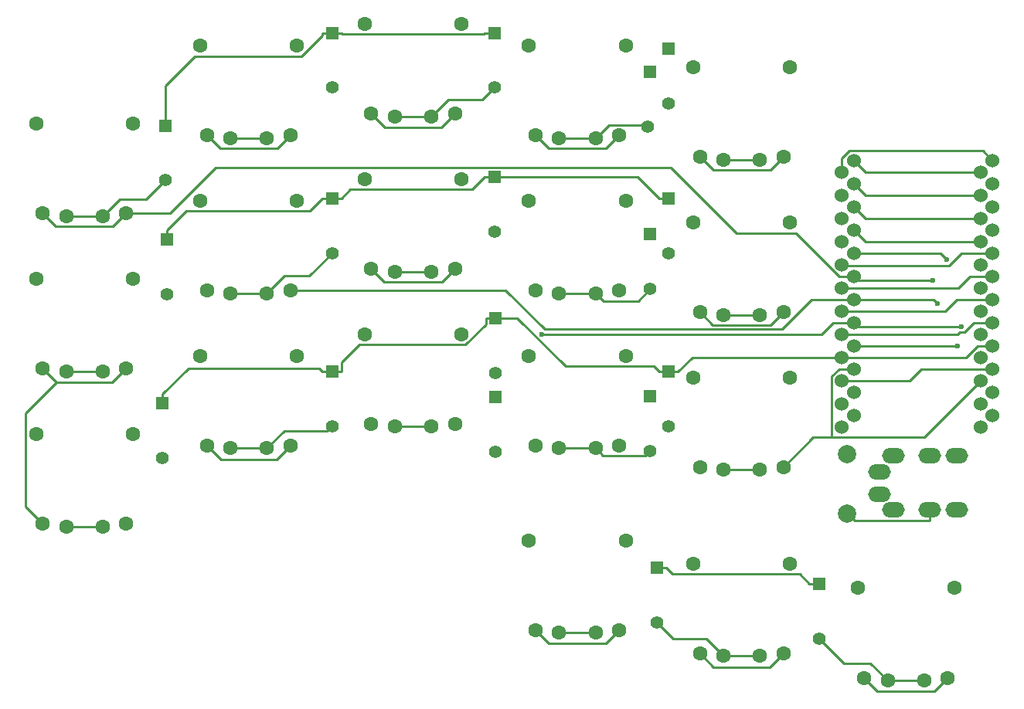
<source format=gtl>
G04 #@! TF.GenerationSoftware,KiCad,Pcbnew,(5.1.6-0-10_14)*
G04 #@! TF.CreationDate,2020-07-13T09:24:30+01:00*
G04 #@! TF.ProjectId,crabby,63726162-6279-42e6-9b69-6361645f7063,2.1*
G04 #@! TF.SameCoordinates,Original*
G04 #@! TF.FileFunction,Copper,L1,Top*
G04 #@! TF.FilePolarity,Positive*
%FSLAX46Y46*%
G04 Gerber Fmt 4.6, Leading zero omitted, Abs format (unit mm)*
G04 Created by KiCad (PCBNEW (5.1.6-0-10_14)) date 2020-07-13 09:24:30*
%MOMM*%
%LPD*%
G01*
G04 APERTURE LIST*
G04 #@! TA.AperFunction,ComponentPad*
%ADD10C,1.600000*%
G04 #@! TD*
G04 #@! TA.AperFunction,ComponentPad*
%ADD11C,1.524000*%
G04 #@! TD*
G04 #@! TA.AperFunction,ComponentPad*
%ADD12C,2.000000*%
G04 #@! TD*
G04 #@! TA.AperFunction,ComponentPad*
%ADD13C,1.397000*%
G04 #@! TD*
G04 #@! TA.AperFunction,ComponentPad*
%ADD14R,1.397000X1.397000*%
G04 #@! TD*
G04 #@! TA.AperFunction,ComponentPad*
%ADD15O,2.500000X1.700000*%
G04 #@! TD*
G04 #@! TA.AperFunction,ViaPad*
%ADD16C,0.600000*%
G04 #@! TD*
G04 #@! TA.AperFunction,Conductor*
%ADD17C,0.250000*%
G04 #@! TD*
G04 APERTURE END LIST*
D10*
X56700000Y-23790000D03*
X67300000Y-23790000D03*
X64000000Y-33940000D03*
X57420000Y-33640000D03*
X60000000Y-33940000D03*
X66580000Y-33640000D03*
X110700000Y-80570000D03*
X121300000Y-80570000D03*
X118000000Y-90720000D03*
X111420000Y-90420000D03*
X114000000Y-90720000D03*
X120580000Y-90420000D03*
X74700000Y-55420000D03*
X85300000Y-55420000D03*
X82000000Y-65570000D03*
X75420000Y-65270000D03*
X78000000Y-65570000D03*
X84580000Y-65270000D03*
X110700000Y-26170000D03*
X121300000Y-26170000D03*
X118000000Y-36320000D03*
X111420000Y-36020000D03*
X114000000Y-36320000D03*
X120580000Y-36020000D03*
X110700000Y-60170000D03*
X121300000Y-60170000D03*
X118000000Y-70320000D03*
X111420000Y-70020000D03*
X114000000Y-70320000D03*
X120580000Y-70020000D03*
X92700000Y-78030000D03*
X103300000Y-78030000D03*
X100000000Y-88180000D03*
X93420000Y-87880000D03*
X96000000Y-88180000D03*
X102580000Y-87880000D03*
X128700000Y-83250000D03*
X139300000Y-83250000D03*
X136000000Y-93400000D03*
X129420000Y-93100000D03*
X132000000Y-93400000D03*
X138580000Y-93100000D03*
X92700000Y-57795000D03*
X103300000Y-57795000D03*
X100000000Y-67945000D03*
X93420000Y-67645000D03*
X96000000Y-67945000D03*
X102580000Y-67645000D03*
X56700000Y-57795000D03*
X67300000Y-57795000D03*
X64000000Y-67945000D03*
X57420000Y-67645000D03*
X60000000Y-67945000D03*
X66580000Y-67645000D03*
X38700000Y-66355000D03*
X49300000Y-66355000D03*
X46000000Y-76505000D03*
X39420000Y-76205000D03*
X42000000Y-76505000D03*
X48580000Y-76205000D03*
X110700000Y-43170000D03*
X121300000Y-43170000D03*
X118000000Y-53320000D03*
X111420000Y-53020000D03*
X114000000Y-53320000D03*
X120580000Y-53020000D03*
X92700000Y-40790000D03*
X103300000Y-40790000D03*
X100000000Y-50940000D03*
X93420000Y-50640000D03*
X96000000Y-50940000D03*
X102580000Y-50640000D03*
X74700000Y-38420000D03*
X85300000Y-38420000D03*
X82000000Y-48570000D03*
X75420000Y-48270000D03*
X78000000Y-48570000D03*
X84580000Y-48270000D03*
X56700000Y-40790000D03*
X67300000Y-40790000D03*
X64000000Y-50940000D03*
X57420000Y-50640000D03*
X60000000Y-50940000D03*
X66580000Y-50640000D03*
X38700000Y-49350000D03*
X49300000Y-49350000D03*
X46000000Y-59500000D03*
X39420000Y-59200000D03*
X42000000Y-59500000D03*
X48580000Y-59200000D03*
X92700000Y-23790000D03*
X103300000Y-23790000D03*
X100000000Y-33940000D03*
X93420000Y-33640000D03*
X96000000Y-33940000D03*
X102580000Y-33640000D03*
X74700000Y-21430000D03*
X85300000Y-21430000D03*
X82000000Y-31580000D03*
X75420000Y-31280000D03*
X78000000Y-31580000D03*
X84580000Y-31280000D03*
X38700000Y-32350000D03*
X49300000Y-32350000D03*
X46000000Y-42500000D03*
X39420000Y-42200000D03*
X42000000Y-42500000D03*
X48580000Y-42200000D03*
D11*
X128286400Y-36402000D03*
X128286400Y-38942000D03*
X128286400Y-41482000D03*
X128286400Y-44022000D03*
X128286400Y-46562000D03*
X128286400Y-49102000D03*
X128286400Y-51642000D03*
X128286400Y-54182000D03*
X128286400Y-56722000D03*
X128286400Y-59262000D03*
X128286400Y-61802000D03*
X128286400Y-64342000D03*
X143506400Y-64342000D03*
X143506400Y-61802000D03*
X143506400Y-59262000D03*
X143506400Y-56722000D03*
X143506400Y-54182000D03*
X143506400Y-51642000D03*
X143506400Y-49102000D03*
X143506400Y-46562000D03*
X143506400Y-44022000D03*
X143506400Y-41482000D03*
X143506400Y-38942000D03*
X143506400Y-36402000D03*
X126960000Y-37672000D03*
X126960000Y-40212000D03*
X126960000Y-42752000D03*
X126960000Y-45292000D03*
X126960000Y-47832000D03*
X126960000Y-50372000D03*
X126960000Y-52912000D03*
X126960000Y-55452000D03*
X126960000Y-57992000D03*
X126960000Y-60532000D03*
X126960000Y-63072000D03*
X126960000Y-65612000D03*
X142200000Y-65612000D03*
X142200000Y-63072000D03*
X142200000Y-60532000D03*
X142200000Y-57992000D03*
X142200000Y-55452000D03*
X142200000Y-52912000D03*
X142200000Y-50372000D03*
X142200000Y-47832000D03*
X142200000Y-45292000D03*
X142200000Y-42752000D03*
X142200000Y-40212000D03*
X142200000Y-37672000D03*
D12*
X127580000Y-68580000D03*
X127580000Y-75080000D03*
D13*
X108000000Y-65545000D03*
D14*
X108000000Y-59545000D03*
D15*
X132610000Y-68760000D03*
X131110000Y-72960000D03*
X139610000Y-68760000D03*
X136610000Y-68760000D03*
X139610000Y-74710000D03*
X136610000Y-74710000D03*
X132610000Y-74710000D03*
X131110000Y-70510000D03*
D13*
X52840000Y-38560000D03*
D14*
X52840000Y-32560000D03*
X71120000Y-22400000D03*
D13*
X71120000Y-28400000D03*
X88900000Y-28400000D03*
D14*
X88900000Y-22400000D03*
D13*
X105680000Y-32670000D03*
D14*
X106000000Y-26670000D03*
D13*
X107950000Y-30130000D03*
D14*
X107950000Y-24130000D03*
D13*
X53070000Y-51060000D03*
D14*
X53070000Y-45060000D03*
X71120000Y-40545000D03*
D13*
X71120000Y-46545000D03*
X88900000Y-44170000D03*
D14*
X88900000Y-38170000D03*
D13*
X106000000Y-50450000D03*
D14*
X106000000Y-44450000D03*
D13*
X108000000Y-46545000D03*
D14*
X108000000Y-40545000D03*
D13*
X52570000Y-68995000D03*
D14*
X52570000Y-62995000D03*
D13*
X71120000Y-65545000D03*
D14*
X71120000Y-59545000D03*
X89000000Y-53680000D03*
D13*
X89000000Y-59680000D03*
X106000000Y-68230000D03*
D14*
X106000000Y-62230000D03*
D13*
X89000000Y-68350000D03*
D14*
X89000000Y-62350000D03*
D13*
X106680000Y-87050000D03*
D14*
X106680000Y-81050000D03*
D13*
X124460000Y-88780000D03*
D14*
X124460000Y-82780000D03*
D16*
X138505600Y-47259000D03*
X136958600Y-49529000D03*
X137490700Y-52069500D03*
X140116000Y-54598500D03*
X94095800Y-55483300D03*
X139670800Y-56722000D03*
D17*
X126960000Y-52912000D02*
X138298100Y-52912000D01*
X138298100Y-52912000D02*
X139568100Y-51642000D01*
X139568100Y-51642000D02*
X143506400Y-51642000D01*
X88900000Y-22400000D02*
X87876200Y-22400000D01*
X87876200Y-22400000D02*
X87718700Y-22557500D01*
X87718700Y-22557500D02*
X72301300Y-22557500D01*
X72301300Y-22557500D02*
X72143800Y-22400000D01*
X71120000Y-22400000D02*
X72143800Y-22400000D01*
X71120000Y-22400000D02*
X70096200Y-22400000D01*
X70096200Y-22400000D02*
X70096200Y-22655900D01*
X70096200Y-22655900D02*
X67802300Y-24949800D01*
X67802300Y-24949800D02*
X56077000Y-24949800D01*
X56077000Y-24949800D02*
X52840000Y-28186800D01*
X52840000Y-28186800D02*
X52840000Y-32560000D01*
X126960000Y-55452000D02*
X139660300Y-55452000D01*
X139660300Y-55452000D02*
X139888500Y-55223800D01*
X139888500Y-55223800D02*
X140375100Y-55223800D01*
X140375100Y-55223800D02*
X141416900Y-54182000D01*
X141416900Y-54182000D02*
X143506400Y-54182000D01*
X88900000Y-38170000D02*
X104601200Y-38170000D01*
X104601200Y-38170000D02*
X106976200Y-40545000D01*
X53070000Y-45060000D02*
X53070000Y-44036200D01*
X71120000Y-40545000D02*
X70096200Y-40545000D01*
X70096200Y-40545000D02*
X68691400Y-41949800D01*
X68691400Y-41949800D02*
X55156400Y-41949800D01*
X55156400Y-41949800D02*
X53070000Y-44036200D01*
X71631900Y-40545000D02*
X71120000Y-40545000D01*
X71631900Y-40545000D02*
X72143800Y-40545000D01*
X108000000Y-40545000D02*
X106976200Y-40545000D01*
X88900000Y-38170000D02*
X87876200Y-38170000D01*
X72143800Y-40545000D02*
X73108900Y-39579900D01*
X73108900Y-39579900D02*
X86466300Y-39579900D01*
X86466300Y-39579900D02*
X87876200Y-38170000D01*
X52840000Y-38560000D02*
X50784300Y-40615700D01*
X50784300Y-40615700D02*
X47884300Y-40615700D01*
X47884300Y-40615700D02*
X46000000Y-42500000D01*
X42000000Y-42500000D02*
X46000000Y-42500000D01*
X126960000Y-57992000D02*
X140574800Y-57992000D01*
X140574800Y-57992000D02*
X141844800Y-56722000D01*
X141844800Y-56722000D02*
X143506400Y-56722000D01*
X109023800Y-59545000D02*
X110576800Y-57992000D01*
X110576800Y-57992000D02*
X126960000Y-57992000D01*
X90023800Y-53680000D02*
X91408200Y-53680000D01*
X91408200Y-53680000D02*
X96692600Y-58964400D01*
X96692600Y-58964400D02*
X106395600Y-58964400D01*
X106395600Y-58964400D02*
X106976200Y-59545000D01*
X89000000Y-53680000D02*
X90023800Y-53680000D01*
X71120000Y-59545000D02*
X72143800Y-59545000D01*
X89000000Y-53680000D02*
X87976200Y-53680000D01*
X87976200Y-53680000D02*
X87976200Y-54351800D01*
X87976200Y-54351800D02*
X85748200Y-56579800D01*
X85748200Y-56579800D02*
X74085200Y-56579800D01*
X74085200Y-56579800D02*
X72143800Y-58521200D01*
X72143800Y-58521200D02*
X72143800Y-59545000D01*
X108000000Y-59545000D02*
X106976200Y-59545000D01*
X108000000Y-59545000D02*
X109023800Y-59545000D01*
X71120000Y-59545000D02*
X70096200Y-59545000D01*
X52570000Y-62995000D02*
X52570000Y-61971200D01*
X52570000Y-61971200D02*
X55383500Y-59157700D01*
X55383500Y-59157700D02*
X69708900Y-59157700D01*
X69708900Y-59157700D02*
X70096200Y-59545000D01*
X60000000Y-33940000D02*
X64000000Y-33940000D01*
X106680000Y-81050000D02*
X107703800Y-81050000D01*
X124460000Y-82780000D02*
X123436200Y-82780000D01*
X123436200Y-82780000D02*
X122386100Y-81729900D01*
X122386100Y-81729900D02*
X108383700Y-81729900D01*
X108383700Y-81729900D02*
X107703800Y-81050000D01*
X126960000Y-60532000D02*
X134401900Y-60532000D01*
X134401900Y-60532000D02*
X135671900Y-59262000D01*
X135671900Y-59262000D02*
X143506400Y-59262000D01*
X78000000Y-31580000D02*
X82000000Y-31580000D01*
X88900000Y-28400000D02*
X87604300Y-29695700D01*
X87604300Y-29695700D02*
X83884300Y-29695700D01*
X83884300Y-29695700D02*
X82000000Y-31580000D01*
X96000000Y-33940000D02*
X100000000Y-33940000D01*
X105680000Y-32670000D02*
X105507200Y-32497200D01*
X105507200Y-32497200D02*
X101442800Y-32497200D01*
X101442800Y-32497200D02*
X100000000Y-33940000D01*
X114000000Y-36320000D02*
X118000000Y-36320000D01*
X42000000Y-59500000D02*
X46000000Y-59500000D01*
X60000000Y-50940000D02*
X64000000Y-50940000D01*
X71120000Y-46545000D02*
X68609300Y-49055700D01*
X68609300Y-49055700D02*
X65884300Y-49055700D01*
X65884300Y-49055700D02*
X64000000Y-50940000D01*
X78000000Y-48570000D02*
X82000000Y-48570000D01*
X106000000Y-50450000D02*
X104655500Y-51794500D01*
X104655500Y-51794500D02*
X100854500Y-51794500D01*
X100854500Y-51794500D02*
X100000000Y-50940000D01*
X96000000Y-50940000D02*
X100000000Y-50940000D01*
X114000000Y-53320000D02*
X118000000Y-53320000D01*
X42000000Y-76505000D02*
X46000000Y-76505000D01*
X71120000Y-65545000D02*
X70604300Y-66060700D01*
X70604300Y-66060700D02*
X65884300Y-66060700D01*
X65884300Y-66060700D02*
X64000000Y-67945000D01*
X60000000Y-67945000D02*
X64000000Y-67945000D01*
X78000000Y-65570000D02*
X82000000Y-65570000D01*
X96000000Y-67945000D02*
X100000000Y-67945000D01*
X106000000Y-68230000D02*
X105454800Y-68775200D01*
X105454800Y-68775200D02*
X100830200Y-68775200D01*
X100830200Y-68775200D02*
X100000000Y-67945000D01*
X114000000Y-70320000D02*
X118000000Y-70320000D01*
X96000000Y-88180000D02*
X100000000Y-88180000D01*
X118000000Y-90720000D02*
X114000000Y-90720000D01*
X106680000Y-87050000D02*
X108465700Y-88835700D01*
X108465700Y-88835700D02*
X112115700Y-88835700D01*
X112115700Y-88835700D02*
X114000000Y-90720000D01*
X136000000Y-93400000D02*
X132000000Y-93400000D01*
X124460000Y-88780000D02*
X127195700Y-91515700D01*
X127195700Y-91515700D02*
X130115700Y-91515700D01*
X130115700Y-91515700D02*
X132000000Y-93400000D01*
X142200000Y-40212000D02*
X129556400Y-40212000D01*
X129556400Y-40212000D02*
X128286400Y-38942000D01*
X136610000Y-74710000D02*
X136610000Y-75885300D01*
X136610000Y-75885300D02*
X128385300Y-75885300D01*
X128385300Y-75885300D02*
X127580000Y-75080000D01*
X142200000Y-45292000D02*
X129556400Y-45292000D01*
X129556400Y-45292000D02*
X128286400Y-44022000D01*
X138505600Y-47259000D02*
X137808600Y-46562000D01*
X137808600Y-46562000D02*
X128286400Y-46562000D01*
X136958600Y-49529000D02*
X128713400Y-49529000D01*
X128713400Y-49529000D02*
X128286400Y-49102000D01*
X40931300Y-60711300D02*
X37550000Y-64092600D01*
X37550000Y-64092600D02*
X37550000Y-74335000D01*
X37550000Y-74335000D02*
X39420000Y-76205000D01*
X40931300Y-60711300D02*
X39420000Y-59200000D01*
X48580000Y-59200000D02*
X47068700Y-60711300D01*
X47068700Y-60711300D02*
X40931300Y-60711300D01*
X48580000Y-42200000D02*
X53343700Y-42200000D01*
X53343700Y-42200000D02*
X58406900Y-37136800D01*
X58406900Y-37136800D02*
X108215800Y-37136800D01*
X108215800Y-37136800D02*
X115408900Y-44329900D01*
X115408900Y-44329900D02*
X121920200Y-44329900D01*
X121920200Y-44329900D02*
X126692300Y-49102000D01*
X126692300Y-49102000D02*
X128286400Y-49102000D01*
X39420000Y-42200000D02*
X40848300Y-43628300D01*
X40848300Y-43628300D02*
X47151700Y-43628300D01*
X47151700Y-43628300D02*
X48580000Y-42200000D01*
X128286400Y-51642000D02*
X123683300Y-51642000D01*
X123683300Y-51642000D02*
X120415000Y-54910300D01*
X120415000Y-54910300D02*
X94407200Y-54910300D01*
X94407200Y-54910300D02*
X90136900Y-50640000D01*
X90136900Y-50640000D02*
X66580000Y-50640000D01*
X137490700Y-52069500D02*
X137063200Y-51642000D01*
X137063200Y-51642000D02*
X128286400Y-51642000D01*
X66580000Y-33640000D02*
X65153300Y-35066700D01*
X65153300Y-35066700D02*
X58846700Y-35066700D01*
X58846700Y-35066700D02*
X57420000Y-33640000D01*
X66580000Y-67645000D02*
X65065700Y-69159300D01*
X65065700Y-69159300D02*
X58934300Y-69159300D01*
X58934300Y-69159300D02*
X57420000Y-67645000D01*
X140116000Y-54598500D02*
X128702900Y-54598500D01*
X128702900Y-54598500D02*
X128286400Y-54182000D01*
X128286400Y-54182000D02*
X126031900Y-54182000D01*
X126031900Y-54182000D02*
X124730600Y-55483300D01*
X124730600Y-55483300D02*
X94095800Y-55483300D01*
X102580000Y-87880000D02*
X101112500Y-89347500D01*
X101112500Y-89347500D02*
X94887500Y-89347500D01*
X94887500Y-89347500D02*
X93420000Y-87880000D01*
X84580000Y-48270000D02*
X83149600Y-49700400D01*
X83149600Y-49700400D02*
X76850400Y-49700400D01*
X76850400Y-49700400D02*
X75420000Y-48270000D01*
X84580000Y-31280000D02*
X83113800Y-32746200D01*
X83113800Y-32746200D02*
X76886200Y-32746200D01*
X76886200Y-32746200D02*
X75420000Y-31280000D01*
X139670800Y-56722000D02*
X128286400Y-56722000D01*
X102580000Y-33640000D02*
X101153300Y-35066700D01*
X101153300Y-35066700D02*
X94846700Y-35066700D01*
X94846700Y-35066700D02*
X93420000Y-33640000D01*
X120580000Y-90420000D02*
X119064300Y-91935700D01*
X119064300Y-91935700D02*
X112935700Y-91935700D01*
X112935700Y-91935700D02*
X111420000Y-90420000D01*
X129420000Y-93100000D02*
X130868300Y-94548300D01*
X130868300Y-94548300D02*
X137131700Y-94548300D01*
X137131700Y-94548300D02*
X138580000Y-93100000D01*
X125860100Y-66740200D02*
X125860100Y-60066200D01*
X125860100Y-60066200D02*
X126664300Y-59262000D01*
X126664300Y-59262000D02*
X128286400Y-59262000D01*
X120580000Y-70020000D02*
X123859800Y-66740200D01*
X123859800Y-66740200D02*
X125860100Y-66740200D01*
X142200000Y-60532000D02*
X135991800Y-66740200D01*
X135991800Y-66740200D02*
X125860100Y-66740200D01*
X120580000Y-53020000D02*
X119146700Y-54453300D01*
X119146700Y-54453300D02*
X112853300Y-54453300D01*
X112853300Y-54453300D02*
X111420000Y-53020000D01*
X120580000Y-36020000D02*
X119139500Y-37460500D01*
X119139500Y-37460500D02*
X112860500Y-37460500D01*
X112860500Y-37460500D02*
X111420000Y-36020000D01*
X126960000Y-37672000D02*
X126960000Y-36145300D01*
X126960000Y-36145300D02*
X127799400Y-35305900D01*
X127799400Y-35305900D02*
X142410300Y-35305900D01*
X142410300Y-35305900D02*
X143506400Y-36402000D01*
X142200000Y-42752000D02*
X129556400Y-42752000D01*
X129556400Y-42752000D02*
X128286400Y-41482000D01*
X143506400Y-49102000D02*
X140993700Y-49102000D01*
X140993700Y-49102000D02*
X139723700Y-50372000D01*
X139723700Y-50372000D02*
X126960000Y-50372000D01*
X126960000Y-47832000D02*
X127012300Y-47884300D01*
X127012300Y-47884300D02*
X138764700Y-47884300D01*
X138764700Y-47884300D02*
X140087000Y-46562000D01*
X140087000Y-46562000D02*
X143506400Y-46562000D01*
X142200000Y-37672000D02*
X129556400Y-37672000D01*
X129556400Y-37672000D02*
X128286400Y-36402000D01*
M02*

</source>
